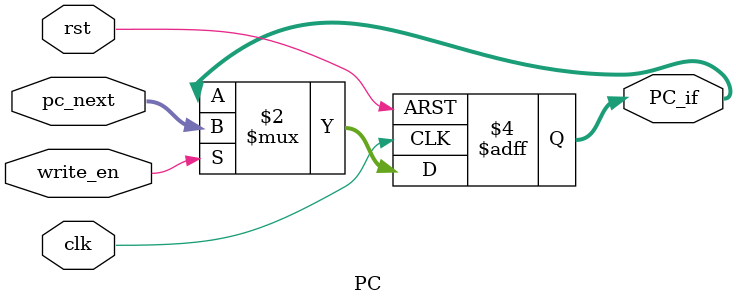
<source format=v>
`timescale 1ns/1ns

module PC (input clk ,rst ,write_en ,input [31 :0] pc_next ,output reg[31 :0] PC_if);

  always @ (posedge clk ,posedge rst) begin
    if (rst) PC_if <= 32'b 0;
    else if(write_en) PC_if <= pc_next;
  end

endmodule
</source>
